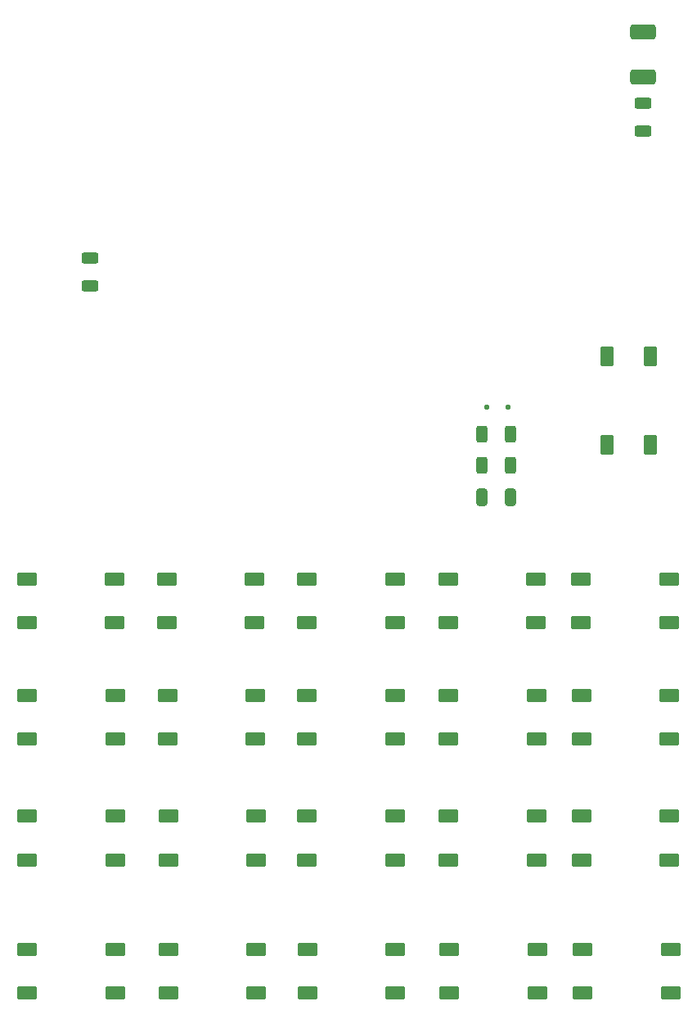
<source format=gbr>
%TF.GenerationSoftware,KiCad,Pcbnew,9.0.5*%
%TF.CreationDate,2026-02-03T12:12:50+01:00*%
%TF.ProjectId,Seminarski,53656d69-6e61-4727-936b-692e6b696361,rev?*%
%TF.SameCoordinates,Original*%
%TF.FileFunction,Paste,Top*%
%TF.FilePolarity,Positive*%
%FSLAX46Y46*%
G04 Gerber Fmt 4.6, Leading zero omitted, Abs format (unit mm)*
G04 Created by KiCad (PCBNEW 9.0.5) date 2026-02-03 12:12:50*
%MOMM*%
%LPD*%
G01*
G04 APERTURE LIST*
G04 Aperture macros list*
%AMRoundRect*
0 Rectangle with rounded corners*
0 $1 Rounding radius*
0 $2 $3 $4 $5 $6 $7 $8 $9 X,Y pos of 4 corners*
0 Add a 4 corners polygon primitive as box body*
4,1,4,$2,$3,$4,$5,$6,$7,$8,$9,$2,$3,0*
0 Add four circle primitives for the rounded corners*
1,1,$1+$1,$2,$3*
1,1,$1+$1,$4,$5*
1,1,$1+$1,$6,$7*
1,1,$1+$1,$8,$9*
0 Add four rect primitives between the rounded corners*
20,1,$1+$1,$2,$3,$4,$5,0*
20,1,$1+$1,$4,$5,$6,$7,0*
20,1,$1+$1,$6,$7,$8,$9,0*
20,1,$1+$1,$8,$9,$2,$3,0*%
G04 Aperture macros list end*
%ADD10RoundRect,0.250000X-0.800000X-0.450000X0.800000X-0.450000X0.800000X0.450000X-0.800000X0.450000X0*%
%ADD11RoundRect,0.250000X-0.325000X-0.650000X0.325000X-0.650000X0.325000X0.650000X-0.325000X0.650000X0*%
%ADD12RoundRect,0.250000X0.312500X0.625000X-0.312500X0.625000X-0.312500X-0.625000X0.312500X-0.625000X0*%
%ADD13RoundRect,0.249999X-1.075001X0.512501X-1.075001X-0.512501X1.075001X-0.512501X1.075001X0.512501X0*%
%ADD14RoundRect,0.250000X-0.625000X0.312500X-0.625000X-0.312500X0.625000X-0.312500X0.625000X0.312500X0*%
%ADD15RoundRect,0.250000X-0.450000X0.800000X-0.450000X-0.800000X0.450000X-0.800000X0.450000X0.800000X0*%
%ADD16RoundRect,0.125000X0.125000X0.125000X-0.125000X0.125000X-0.125000X-0.125000X0.125000X-0.125000X0*%
%ADD17RoundRect,0.250000X0.625000X-0.312500X0.625000X0.312500X-0.625000X0.312500X-0.625000X-0.312500X0*%
G04 APERTURE END LIST*
D10*
%TO.C,SW2*%
X138950000Y-99500000D03*
X148050000Y-99500000D03*
X138950000Y-104000000D03*
X148050000Y-104000000D03*
%TD*%
%TO.C,SW13*%
X167950000Y-99500000D03*
X177050000Y-99500000D03*
X167950000Y-104000000D03*
X177050000Y-104000000D03*
%TD*%
D11*
%TO.C,C2*%
X186050000Y-91000000D03*
X189000000Y-91000000D03*
%TD*%
D10*
%TO.C,SW5*%
X139000000Y-137750000D03*
X148100000Y-137750000D03*
X139000000Y-142250000D03*
X148100000Y-142250000D03*
%TD*%
%TO.C,SW20*%
X196350000Y-124000000D03*
X205450000Y-124000000D03*
X196350000Y-128500000D03*
X205450000Y-128500000D03*
%TD*%
%TO.C,SW21*%
X196500000Y-137750000D03*
X205600000Y-137750000D03*
X196500000Y-142250000D03*
X205600000Y-142250000D03*
%TD*%
%TO.C,SW14*%
X182550000Y-99500000D03*
X191650000Y-99500000D03*
X182550000Y-104000000D03*
X191650000Y-104000000D03*
%TD*%
%TO.C,SW8*%
X153600000Y-124000000D03*
X162700000Y-124000000D03*
X153600000Y-128500000D03*
X162700000Y-128500000D03*
%TD*%
D12*
%TO.C,R2*%
X189000000Y-87750000D03*
X186075000Y-87750000D03*
%TD*%
D13*
%TO.C,D2*%
X202750000Y-42912500D03*
X202750000Y-47587500D03*
%TD*%
D10*
%TO.C,SW3*%
X139000000Y-111500000D03*
X148100000Y-111500000D03*
X139000000Y-116000000D03*
X148100000Y-116000000D03*
%TD*%
D14*
%TO.C,R3*%
X202750000Y-50287500D03*
X202750000Y-53212500D03*
%TD*%
D10*
%TO.C,SW16*%
X182600000Y-124000000D03*
X191700000Y-124000000D03*
X182600000Y-128500000D03*
X191700000Y-128500000D03*
%TD*%
%TO.C,SW9*%
X153600000Y-137750000D03*
X162700000Y-137750000D03*
X153600000Y-142250000D03*
X162700000Y-142250000D03*
%TD*%
%TO.C,SW11*%
X167950000Y-124000000D03*
X177050000Y-124000000D03*
X167950000Y-128500000D03*
X177050000Y-128500000D03*
%TD*%
%TO.C,SW19*%
X196350000Y-111500000D03*
X205450000Y-111500000D03*
X196350000Y-116000000D03*
X205450000Y-116000000D03*
%TD*%
%TO.C,SW18*%
X196300000Y-99500000D03*
X205400000Y-99500000D03*
X196300000Y-104000000D03*
X205400000Y-104000000D03*
%TD*%
D15*
%TO.C,SW1*%
X203500000Y-76500000D03*
X203500000Y-85600000D03*
X199000000Y-76500000D03*
X199000000Y-85600000D03*
%TD*%
D10*
%TO.C,SW17*%
X182700000Y-137750000D03*
X191800000Y-137750000D03*
X182700000Y-142250000D03*
X191800000Y-142250000D03*
%TD*%
%TO.C,SW15*%
X182600000Y-111500000D03*
X191700000Y-111500000D03*
X182600000Y-116000000D03*
X191700000Y-116000000D03*
%TD*%
%TO.C,SW7*%
X153500000Y-111500000D03*
X162600000Y-111500000D03*
X153500000Y-116000000D03*
X162600000Y-116000000D03*
%TD*%
D16*
%TO.C,D1*%
X188750000Y-81750000D03*
X186550000Y-81750000D03*
%TD*%
D10*
%TO.C,SW4*%
X139000000Y-124000000D03*
X148100000Y-124000000D03*
X139000000Y-128500000D03*
X148100000Y-128500000D03*
%TD*%
D12*
%TO.C,R1*%
X189000000Y-84500000D03*
X186075000Y-84500000D03*
%TD*%
D10*
%TO.C,SW10*%
X168000000Y-137750000D03*
X177100000Y-137750000D03*
X168000000Y-142250000D03*
X177100000Y-142250000D03*
%TD*%
%TO.C,SW6*%
X153450000Y-99500000D03*
X162550000Y-99500000D03*
X153450000Y-104000000D03*
X162550000Y-104000000D03*
%TD*%
D17*
%TO.C,R4*%
X145500000Y-69212500D03*
X145500000Y-66287500D03*
%TD*%
D10*
%TO.C,SW12*%
X167950000Y-111500000D03*
X177050000Y-111500000D03*
X167950000Y-116000000D03*
X177050000Y-116000000D03*
%TD*%
M02*

</source>
